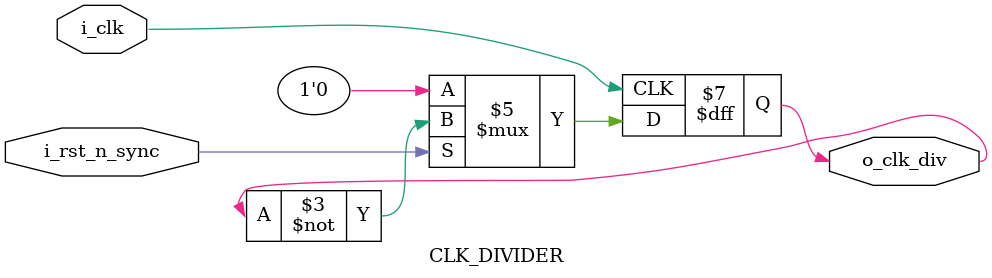
<source format=v>
module CLK_DIVIDER (
    i_clk,
    i_rst_n_sync,
    o_clk_div
);
  input i_clk;
  input i_rst_n_sync;
  output reg o_clk_div;

  always @(posedge i_clk) begin
    if (!i_rst_n_sync) begin
      o_clk_div <= 0;
    end else begin
      o_clk_div <= ~o_clk_div;
    end
  end

endmodule

</source>
